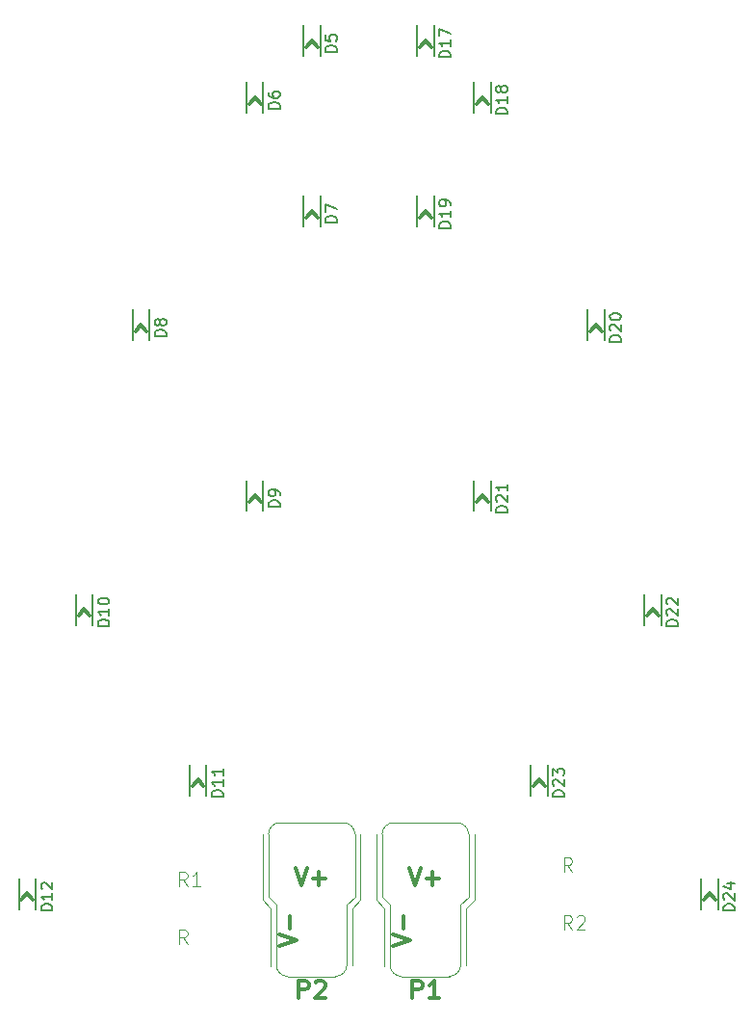
<source format=gbr>
G04 #@! TF.FileFunction,Legend,Top*
%FSLAX46Y46*%
G04 Gerber Fmt 4.6, Leading zero omitted, Abs format (unit mm)*
G04 Created by KiCad (PCBNEW 4.0.4-stable) date 12/14/16 08:21:57*
%MOMM*%
%LPD*%
G01*
G04 APERTURE LIST*
%ADD10C,0.100000*%
%ADD11C,0.300000*%
%ADD12C,0.150000*%
%ADD13C,0.304800*%
%ADD14C,0.101600*%
G04 APERTURE END LIST*
D10*
D11*
X45000000Y-14700000D02*
X44500000Y-15300000D01*
X45000000Y-14700000D02*
X45500000Y-15300000D01*
D12*
X44250000Y-13400000D02*
X44250000Y-16100000D01*
X45750000Y-13400000D02*
X45750000Y-16100000D01*
D11*
X40000000Y-19700000D02*
X39500000Y-20300000D01*
X40000000Y-19700000D02*
X40500000Y-20300000D01*
D12*
X39250000Y-18400000D02*
X39250000Y-21100000D01*
X40750000Y-18400000D02*
X40750000Y-21100000D01*
D11*
X45000000Y-29700000D02*
X44500000Y-30300000D01*
X45000000Y-29700000D02*
X45500000Y-30300000D01*
D12*
X44250000Y-28400000D02*
X44250000Y-31100000D01*
X45750000Y-28400000D02*
X45750000Y-31100000D01*
D11*
X30000000Y-39700000D02*
X29500000Y-40300000D01*
X30000000Y-39700000D02*
X30500000Y-40300000D01*
D12*
X29250000Y-38400000D02*
X29250000Y-41100000D01*
X30750000Y-38400000D02*
X30750000Y-41100000D01*
D11*
X40000000Y-54700000D02*
X39500000Y-55300000D01*
X40000000Y-54700000D02*
X40500000Y-55300000D01*
D12*
X39250000Y-53400000D02*
X39250000Y-56100000D01*
X40750000Y-53400000D02*
X40750000Y-56100000D01*
D11*
X25000000Y-64700000D02*
X24500000Y-65300000D01*
X25000000Y-64700000D02*
X25500000Y-65300000D01*
D12*
X24250000Y-63400000D02*
X24250000Y-66100000D01*
X25750000Y-63400000D02*
X25750000Y-66100000D01*
D11*
X35000000Y-79700000D02*
X34500000Y-80300000D01*
X35000000Y-79700000D02*
X35500000Y-80300000D01*
D12*
X34250000Y-78400000D02*
X34250000Y-81100000D01*
X35750000Y-78400000D02*
X35750000Y-81100000D01*
D11*
X20000000Y-89700000D02*
X19500000Y-90300000D01*
X20000000Y-89700000D02*
X20500000Y-90300000D01*
D12*
X19250000Y-88400000D02*
X19250000Y-91100000D01*
X20750000Y-88400000D02*
X20750000Y-91100000D01*
D11*
X55000000Y-14700000D02*
X54500000Y-15300000D01*
X55000000Y-14700000D02*
X55500000Y-15300000D01*
D12*
X54250000Y-13400000D02*
X54250000Y-16100000D01*
X55750000Y-13400000D02*
X55750000Y-16100000D01*
D11*
X60000000Y-19700000D02*
X59500000Y-20300000D01*
X60000000Y-19700000D02*
X60500000Y-20300000D01*
D12*
X59250000Y-18400000D02*
X59250000Y-21100000D01*
X60750000Y-18400000D02*
X60750000Y-21100000D01*
D11*
X55000000Y-29700000D02*
X54500000Y-30300000D01*
X55000000Y-29700000D02*
X55500000Y-30300000D01*
D12*
X54250000Y-28400000D02*
X54250000Y-31100000D01*
X55750000Y-28400000D02*
X55750000Y-31100000D01*
D11*
X70000000Y-39700000D02*
X69500000Y-40300000D01*
X70000000Y-39700000D02*
X70500000Y-40300000D01*
D12*
X69250000Y-38400000D02*
X69250000Y-41100000D01*
X70750000Y-38400000D02*
X70750000Y-41100000D01*
D11*
X60000000Y-54700000D02*
X59500000Y-55300000D01*
X60000000Y-54700000D02*
X60500000Y-55300000D01*
D12*
X59250000Y-53400000D02*
X59250000Y-56100000D01*
X60750000Y-53400000D02*
X60750000Y-56100000D01*
D11*
X75000000Y-64700000D02*
X74500000Y-65300000D01*
X75000000Y-64700000D02*
X75500000Y-65300000D01*
D12*
X74250000Y-63400000D02*
X74250000Y-66100000D01*
X75750000Y-63400000D02*
X75750000Y-66100000D01*
D11*
X65000000Y-79700000D02*
X64500000Y-80300000D01*
X65000000Y-79700000D02*
X65500000Y-80300000D01*
D12*
X64250000Y-78400000D02*
X64250000Y-81100000D01*
X65750000Y-78400000D02*
X65750000Y-81100000D01*
D11*
X80000000Y-89700000D02*
X79500000Y-90300000D01*
X80000000Y-89700000D02*
X80500000Y-90300000D01*
D12*
X79250000Y-88400000D02*
X79250000Y-91100000D01*
X80750000Y-88400000D02*
X80750000Y-91100000D01*
D10*
X59300000Y-84500000D02*
X59300000Y-90300000D01*
X58600000Y-96000000D02*
X58600000Y-91000000D01*
X51400000Y-96100000D02*
X51400000Y-91000000D01*
X50700000Y-84500000D02*
X50700000Y-90300000D01*
X51200000Y-84500000D02*
X51200000Y-90000000D01*
X57800000Y-83500000D02*
X52200000Y-83500000D01*
X58800000Y-90000000D02*
X58800000Y-84500000D01*
X58100000Y-96000000D02*
X58100000Y-90700000D01*
X51900000Y-96000000D02*
X51900000Y-90700000D01*
X57100000Y-97000000D02*
X52900000Y-97000000D01*
X57100000Y-97000000D02*
G75*
G03X58100000Y-96000000I0J1000000D01*
G01*
X51900000Y-96000000D02*
G75*
G03X52900000Y-97000000I1000000J0D01*
G01*
X58800000Y-84500000D02*
G75*
G03X57800000Y-83500000I-1000000J0D01*
G01*
X52200000Y-83500000D02*
G75*
G03X51200000Y-84500000I0J-1000000D01*
G01*
X50700000Y-90300000D02*
X51400000Y-91000000D01*
X59300000Y-90300000D02*
X58600000Y-91000000D01*
X58800000Y-90000000D02*
X58100000Y-90700000D01*
X51200000Y-90000000D02*
X51900000Y-90700000D01*
X49300000Y-84500000D02*
X49300000Y-90300000D01*
X48600000Y-96000000D02*
X48600000Y-91000000D01*
X41400000Y-96100000D02*
X41400000Y-91000000D01*
X40700000Y-84500000D02*
X40700000Y-90300000D01*
X41200000Y-84500000D02*
X41200000Y-90000000D01*
X47800000Y-83500000D02*
X42200000Y-83500000D01*
X48800000Y-90000000D02*
X48800000Y-84500000D01*
X48100000Y-96000000D02*
X48100000Y-90700000D01*
X41900000Y-96000000D02*
X41900000Y-90700000D01*
X47100000Y-97000000D02*
X42900000Y-97000000D01*
X47100000Y-97000000D02*
G75*
G03X48100000Y-96000000I0J1000000D01*
G01*
X41900000Y-96000000D02*
G75*
G03X42900000Y-97000000I1000000J0D01*
G01*
X48800000Y-84500000D02*
G75*
G03X47800000Y-83500000I-1000000J0D01*
G01*
X42200000Y-83500000D02*
G75*
G03X41200000Y-84500000I0J-1000000D01*
G01*
X40700000Y-90300000D02*
X41400000Y-91000000D01*
X49300000Y-90300000D02*
X48600000Y-91000000D01*
X48800000Y-90000000D02*
X48100000Y-90700000D01*
X41200000Y-90000000D02*
X41900000Y-90700000D01*
D12*
X47202381Y-15738095D02*
X46202381Y-15738095D01*
X46202381Y-15500000D01*
X46250000Y-15357142D01*
X46345238Y-15261904D01*
X46440476Y-15214285D01*
X46630952Y-15166666D01*
X46773810Y-15166666D01*
X46964286Y-15214285D01*
X47059524Y-15261904D01*
X47154762Y-15357142D01*
X47202381Y-15500000D01*
X47202381Y-15738095D01*
X46202381Y-14261904D02*
X46202381Y-14738095D01*
X46678571Y-14785714D01*
X46630952Y-14738095D01*
X46583333Y-14642857D01*
X46583333Y-14404761D01*
X46630952Y-14309523D01*
X46678571Y-14261904D01*
X46773810Y-14214285D01*
X47011905Y-14214285D01*
X47107143Y-14261904D01*
X47154762Y-14309523D01*
X47202381Y-14404761D01*
X47202381Y-14642857D01*
X47154762Y-14738095D01*
X47107143Y-14785714D01*
X42202381Y-20738095D02*
X41202381Y-20738095D01*
X41202381Y-20500000D01*
X41250000Y-20357142D01*
X41345238Y-20261904D01*
X41440476Y-20214285D01*
X41630952Y-20166666D01*
X41773810Y-20166666D01*
X41964286Y-20214285D01*
X42059524Y-20261904D01*
X42154762Y-20357142D01*
X42202381Y-20500000D01*
X42202381Y-20738095D01*
X41202381Y-19309523D02*
X41202381Y-19500000D01*
X41250000Y-19595238D01*
X41297619Y-19642857D01*
X41440476Y-19738095D01*
X41630952Y-19785714D01*
X42011905Y-19785714D01*
X42107143Y-19738095D01*
X42154762Y-19690476D01*
X42202381Y-19595238D01*
X42202381Y-19404761D01*
X42154762Y-19309523D01*
X42107143Y-19261904D01*
X42011905Y-19214285D01*
X41773810Y-19214285D01*
X41678571Y-19261904D01*
X41630952Y-19309523D01*
X41583333Y-19404761D01*
X41583333Y-19595238D01*
X41630952Y-19690476D01*
X41678571Y-19738095D01*
X41773810Y-19785714D01*
X47202381Y-30738095D02*
X46202381Y-30738095D01*
X46202381Y-30500000D01*
X46250000Y-30357142D01*
X46345238Y-30261904D01*
X46440476Y-30214285D01*
X46630952Y-30166666D01*
X46773810Y-30166666D01*
X46964286Y-30214285D01*
X47059524Y-30261904D01*
X47154762Y-30357142D01*
X47202381Y-30500000D01*
X47202381Y-30738095D01*
X46202381Y-29833333D02*
X46202381Y-29166666D01*
X47202381Y-29595238D01*
X32202381Y-40738095D02*
X31202381Y-40738095D01*
X31202381Y-40500000D01*
X31250000Y-40357142D01*
X31345238Y-40261904D01*
X31440476Y-40214285D01*
X31630952Y-40166666D01*
X31773810Y-40166666D01*
X31964286Y-40214285D01*
X32059524Y-40261904D01*
X32154762Y-40357142D01*
X32202381Y-40500000D01*
X32202381Y-40738095D01*
X31630952Y-39595238D02*
X31583333Y-39690476D01*
X31535714Y-39738095D01*
X31440476Y-39785714D01*
X31392857Y-39785714D01*
X31297619Y-39738095D01*
X31250000Y-39690476D01*
X31202381Y-39595238D01*
X31202381Y-39404761D01*
X31250000Y-39309523D01*
X31297619Y-39261904D01*
X31392857Y-39214285D01*
X31440476Y-39214285D01*
X31535714Y-39261904D01*
X31583333Y-39309523D01*
X31630952Y-39404761D01*
X31630952Y-39595238D01*
X31678571Y-39690476D01*
X31726190Y-39738095D01*
X31821429Y-39785714D01*
X32011905Y-39785714D01*
X32107143Y-39738095D01*
X32154762Y-39690476D01*
X32202381Y-39595238D01*
X32202381Y-39404761D01*
X32154762Y-39309523D01*
X32107143Y-39261904D01*
X32011905Y-39214285D01*
X31821429Y-39214285D01*
X31726190Y-39261904D01*
X31678571Y-39309523D01*
X31630952Y-39404761D01*
X42202381Y-55738095D02*
X41202381Y-55738095D01*
X41202381Y-55500000D01*
X41250000Y-55357142D01*
X41345238Y-55261904D01*
X41440476Y-55214285D01*
X41630952Y-55166666D01*
X41773810Y-55166666D01*
X41964286Y-55214285D01*
X42059524Y-55261904D01*
X42154762Y-55357142D01*
X42202381Y-55500000D01*
X42202381Y-55738095D01*
X42202381Y-54690476D02*
X42202381Y-54500000D01*
X42154762Y-54404761D01*
X42107143Y-54357142D01*
X41964286Y-54261904D01*
X41773810Y-54214285D01*
X41392857Y-54214285D01*
X41297619Y-54261904D01*
X41250000Y-54309523D01*
X41202381Y-54404761D01*
X41202381Y-54595238D01*
X41250000Y-54690476D01*
X41297619Y-54738095D01*
X41392857Y-54785714D01*
X41630952Y-54785714D01*
X41726190Y-54738095D01*
X41773810Y-54690476D01*
X41821429Y-54595238D01*
X41821429Y-54404761D01*
X41773810Y-54309523D01*
X41726190Y-54261904D01*
X41630952Y-54214285D01*
X27202381Y-66214286D02*
X26202381Y-66214286D01*
X26202381Y-65976191D01*
X26250000Y-65833333D01*
X26345238Y-65738095D01*
X26440476Y-65690476D01*
X26630952Y-65642857D01*
X26773810Y-65642857D01*
X26964286Y-65690476D01*
X27059524Y-65738095D01*
X27154762Y-65833333D01*
X27202381Y-65976191D01*
X27202381Y-66214286D01*
X27202381Y-64690476D02*
X27202381Y-65261905D01*
X27202381Y-64976191D02*
X26202381Y-64976191D01*
X26345238Y-65071429D01*
X26440476Y-65166667D01*
X26488095Y-65261905D01*
X26202381Y-64071429D02*
X26202381Y-63976190D01*
X26250000Y-63880952D01*
X26297619Y-63833333D01*
X26392857Y-63785714D01*
X26583333Y-63738095D01*
X26821429Y-63738095D01*
X27011905Y-63785714D01*
X27107143Y-63833333D01*
X27154762Y-63880952D01*
X27202381Y-63976190D01*
X27202381Y-64071429D01*
X27154762Y-64166667D01*
X27107143Y-64214286D01*
X27011905Y-64261905D01*
X26821429Y-64309524D01*
X26583333Y-64309524D01*
X26392857Y-64261905D01*
X26297619Y-64214286D01*
X26250000Y-64166667D01*
X26202381Y-64071429D01*
X37202381Y-81214286D02*
X36202381Y-81214286D01*
X36202381Y-80976191D01*
X36250000Y-80833333D01*
X36345238Y-80738095D01*
X36440476Y-80690476D01*
X36630952Y-80642857D01*
X36773810Y-80642857D01*
X36964286Y-80690476D01*
X37059524Y-80738095D01*
X37154762Y-80833333D01*
X37202381Y-80976191D01*
X37202381Y-81214286D01*
X37202381Y-79690476D02*
X37202381Y-80261905D01*
X37202381Y-79976191D02*
X36202381Y-79976191D01*
X36345238Y-80071429D01*
X36440476Y-80166667D01*
X36488095Y-80261905D01*
X37202381Y-78738095D02*
X37202381Y-79309524D01*
X37202381Y-79023810D02*
X36202381Y-79023810D01*
X36345238Y-79119048D01*
X36440476Y-79214286D01*
X36488095Y-79309524D01*
X22202381Y-91214286D02*
X21202381Y-91214286D01*
X21202381Y-90976191D01*
X21250000Y-90833333D01*
X21345238Y-90738095D01*
X21440476Y-90690476D01*
X21630952Y-90642857D01*
X21773810Y-90642857D01*
X21964286Y-90690476D01*
X22059524Y-90738095D01*
X22154762Y-90833333D01*
X22202381Y-90976191D01*
X22202381Y-91214286D01*
X22202381Y-89690476D02*
X22202381Y-90261905D01*
X22202381Y-89976191D02*
X21202381Y-89976191D01*
X21345238Y-90071429D01*
X21440476Y-90166667D01*
X21488095Y-90261905D01*
X21297619Y-89309524D02*
X21250000Y-89261905D01*
X21202381Y-89166667D01*
X21202381Y-88928571D01*
X21250000Y-88833333D01*
X21297619Y-88785714D01*
X21392857Y-88738095D01*
X21488095Y-88738095D01*
X21630952Y-88785714D01*
X22202381Y-89357143D01*
X22202381Y-88738095D01*
X57202381Y-16214286D02*
X56202381Y-16214286D01*
X56202381Y-15976191D01*
X56250000Y-15833333D01*
X56345238Y-15738095D01*
X56440476Y-15690476D01*
X56630952Y-15642857D01*
X56773810Y-15642857D01*
X56964286Y-15690476D01*
X57059524Y-15738095D01*
X57154762Y-15833333D01*
X57202381Y-15976191D01*
X57202381Y-16214286D01*
X57202381Y-14690476D02*
X57202381Y-15261905D01*
X57202381Y-14976191D02*
X56202381Y-14976191D01*
X56345238Y-15071429D01*
X56440476Y-15166667D01*
X56488095Y-15261905D01*
X56202381Y-14357143D02*
X56202381Y-13690476D01*
X57202381Y-14119048D01*
X62202381Y-21214286D02*
X61202381Y-21214286D01*
X61202381Y-20976191D01*
X61250000Y-20833333D01*
X61345238Y-20738095D01*
X61440476Y-20690476D01*
X61630952Y-20642857D01*
X61773810Y-20642857D01*
X61964286Y-20690476D01*
X62059524Y-20738095D01*
X62154762Y-20833333D01*
X62202381Y-20976191D01*
X62202381Y-21214286D01*
X62202381Y-19690476D02*
X62202381Y-20261905D01*
X62202381Y-19976191D02*
X61202381Y-19976191D01*
X61345238Y-20071429D01*
X61440476Y-20166667D01*
X61488095Y-20261905D01*
X61630952Y-19119048D02*
X61583333Y-19214286D01*
X61535714Y-19261905D01*
X61440476Y-19309524D01*
X61392857Y-19309524D01*
X61297619Y-19261905D01*
X61250000Y-19214286D01*
X61202381Y-19119048D01*
X61202381Y-18928571D01*
X61250000Y-18833333D01*
X61297619Y-18785714D01*
X61392857Y-18738095D01*
X61440476Y-18738095D01*
X61535714Y-18785714D01*
X61583333Y-18833333D01*
X61630952Y-18928571D01*
X61630952Y-19119048D01*
X61678571Y-19214286D01*
X61726190Y-19261905D01*
X61821429Y-19309524D01*
X62011905Y-19309524D01*
X62107143Y-19261905D01*
X62154762Y-19214286D01*
X62202381Y-19119048D01*
X62202381Y-18928571D01*
X62154762Y-18833333D01*
X62107143Y-18785714D01*
X62011905Y-18738095D01*
X61821429Y-18738095D01*
X61726190Y-18785714D01*
X61678571Y-18833333D01*
X61630952Y-18928571D01*
X57202381Y-31214286D02*
X56202381Y-31214286D01*
X56202381Y-30976191D01*
X56250000Y-30833333D01*
X56345238Y-30738095D01*
X56440476Y-30690476D01*
X56630952Y-30642857D01*
X56773810Y-30642857D01*
X56964286Y-30690476D01*
X57059524Y-30738095D01*
X57154762Y-30833333D01*
X57202381Y-30976191D01*
X57202381Y-31214286D01*
X57202381Y-29690476D02*
X57202381Y-30261905D01*
X57202381Y-29976191D02*
X56202381Y-29976191D01*
X56345238Y-30071429D01*
X56440476Y-30166667D01*
X56488095Y-30261905D01*
X57202381Y-29214286D02*
X57202381Y-29023810D01*
X57154762Y-28928571D01*
X57107143Y-28880952D01*
X56964286Y-28785714D01*
X56773810Y-28738095D01*
X56392857Y-28738095D01*
X56297619Y-28785714D01*
X56250000Y-28833333D01*
X56202381Y-28928571D01*
X56202381Y-29119048D01*
X56250000Y-29214286D01*
X56297619Y-29261905D01*
X56392857Y-29309524D01*
X56630952Y-29309524D01*
X56726190Y-29261905D01*
X56773810Y-29214286D01*
X56821429Y-29119048D01*
X56821429Y-28928571D01*
X56773810Y-28833333D01*
X56726190Y-28785714D01*
X56630952Y-28738095D01*
X72202381Y-41214286D02*
X71202381Y-41214286D01*
X71202381Y-40976191D01*
X71250000Y-40833333D01*
X71345238Y-40738095D01*
X71440476Y-40690476D01*
X71630952Y-40642857D01*
X71773810Y-40642857D01*
X71964286Y-40690476D01*
X72059524Y-40738095D01*
X72154762Y-40833333D01*
X72202381Y-40976191D01*
X72202381Y-41214286D01*
X71297619Y-40261905D02*
X71250000Y-40214286D01*
X71202381Y-40119048D01*
X71202381Y-39880952D01*
X71250000Y-39785714D01*
X71297619Y-39738095D01*
X71392857Y-39690476D01*
X71488095Y-39690476D01*
X71630952Y-39738095D01*
X72202381Y-40309524D01*
X72202381Y-39690476D01*
X71202381Y-39071429D02*
X71202381Y-38976190D01*
X71250000Y-38880952D01*
X71297619Y-38833333D01*
X71392857Y-38785714D01*
X71583333Y-38738095D01*
X71821429Y-38738095D01*
X72011905Y-38785714D01*
X72107143Y-38833333D01*
X72154762Y-38880952D01*
X72202381Y-38976190D01*
X72202381Y-39071429D01*
X72154762Y-39166667D01*
X72107143Y-39214286D01*
X72011905Y-39261905D01*
X71821429Y-39309524D01*
X71583333Y-39309524D01*
X71392857Y-39261905D01*
X71297619Y-39214286D01*
X71250000Y-39166667D01*
X71202381Y-39071429D01*
X62202381Y-56214286D02*
X61202381Y-56214286D01*
X61202381Y-55976191D01*
X61250000Y-55833333D01*
X61345238Y-55738095D01*
X61440476Y-55690476D01*
X61630952Y-55642857D01*
X61773810Y-55642857D01*
X61964286Y-55690476D01*
X62059524Y-55738095D01*
X62154762Y-55833333D01*
X62202381Y-55976191D01*
X62202381Y-56214286D01*
X61297619Y-55261905D02*
X61250000Y-55214286D01*
X61202381Y-55119048D01*
X61202381Y-54880952D01*
X61250000Y-54785714D01*
X61297619Y-54738095D01*
X61392857Y-54690476D01*
X61488095Y-54690476D01*
X61630952Y-54738095D01*
X62202381Y-55309524D01*
X62202381Y-54690476D01*
X62202381Y-53738095D02*
X62202381Y-54309524D01*
X62202381Y-54023810D02*
X61202381Y-54023810D01*
X61345238Y-54119048D01*
X61440476Y-54214286D01*
X61488095Y-54309524D01*
X77202381Y-66214286D02*
X76202381Y-66214286D01*
X76202381Y-65976191D01*
X76250000Y-65833333D01*
X76345238Y-65738095D01*
X76440476Y-65690476D01*
X76630952Y-65642857D01*
X76773810Y-65642857D01*
X76964286Y-65690476D01*
X77059524Y-65738095D01*
X77154762Y-65833333D01*
X77202381Y-65976191D01*
X77202381Y-66214286D01*
X76297619Y-65261905D02*
X76250000Y-65214286D01*
X76202381Y-65119048D01*
X76202381Y-64880952D01*
X76250000Y-64785714D01*
X76297619Y-64738095D01*
X76392857Y-64690476D01*
X76488095Y-64690476D01*
X76630952Y-64738095D01*
X77202381Y-65309524D01*
X77202381Y-64690476D01*
X76297619Y-64309524D02*
X76250000Y-64261905D01*
X76202381Y-64166667D01*
X76202381Y-63928571D01*
X76250000Y-63833333D01*
X76297619Y-63785714D01*
X76392857Y-63738095D01*
X76488095Y-63738095D01*
X76630952Y-63785714D01*
X77202381Y-64357143D01*
X77202381Y-63738095D01*
X67202381Y-81214286D02*
X66202381Y-81214286D01*
X66202381Y-80976191D01*
X66250000Y-80833333D01*
X66345238Y-80738095D01*
X66440476Y-80690476D01*
X66630952Y-80642857D01*
X66773810Y-80642857D01*
X66964286Y-80690476D01*
X67059524Y-80738095D01*
X67154762Y-80833333D01*
X67202381Y-80976191D01*
X67202381Y-81214286D01*
X66297619Y-80261905D02*
X66250000Y-80214286D01*
X66202381Y-80119048D01*
X66202381Y-79880952D01*
X66250000Y-79785714D01*
X66297619Y-79738095D01*
X66392857Y-79690476D01*
X66488095Y-79690476D01*
X66630952Y-79738095D01*
X67202381Y-80309524D01*
X67202381Y-79690476D01*
X66202381Y-79357143D02*
X66202381Y-78738095D01*
X66583333Y-79071429D01*
X66583333Y-78928571D01*
X66630952Y-78833333D01*
X66678571Y-78785714D01*
X66773810Y-78738095D01*
X67011905Y-78738095D01*
X67107143Y-78785714D01*
X67154762Y-78833333D01*
X67202381Y-78928571D01*
X67202381Y-79214286D01*
X67154762Y-79309524D01*
X67107143Y-79357143D01*
X82202381Y-91214286D02*
X81202381Y-91214286D01*
X81202381Y-90976191D01*
X81250000Y-90833333D01*
X81345238Y-90738095D01*
X81440476Y-90690476D01*
X81630952Y-90642857D01*
X81773810Y-90642857D01*
X81964286Y-90690476D01*
X82059524Y-90738095D01*
X82154762Y-90833333D01*
X82202381Y-90976191D01*
X82202381Y-91214286D01*
X81297619Y-90261905D02*
X81250000Y-90214286D01*
X81202381Y-90119048D01*
X81202381Y-89880952D01*
X81250000Y-89785714D01*
X81297619Y-89738095D01*
X81392857Y-89690476D01*
X81488095Y-89690476D01*
X81630952Y-89738095D01*
X82202381Y-90309524D01*
X82202381Y-89690476D01*
X81535714Y-88833333D02*
X82202381Y-88833333D01*
X81154762Y-89071429D02*
X81869048Y-89309524D01*
X81869048Y-88690476D01*
D13*
X53875143Y-98889429D02*
X53875143Y-97365429D01*
X54455715Y-97365429D01*
X54600857Y-97438000D01*
X54673429Y-97510571D01*
X54746000Y-97655714D01*
X54746000Y-97873429D01*
X54673429Y-98018571D01*
X54600857Y-98091143D01*
X54455715Y-98163714D01*
X53875143Y-98163714D01*
X56197429Y-98889429D02*
X55326572Y-98889429D01*
X55762000Y-98889429D02*
X55762000Y-97365429D01*
X55616857Y-97583143D01*
X55471715Y-97728286D01*
X55326572Y-97800857D01*
X52165429Y-94351428D02*
X53689429Y-93843428D01*
X52165429Y-93335428D01*
X53108857Y-92827428D02*
X53108857Y-91666285D01*
X53548572Y-87465429D02*
X54056572Y-88989429D01*
X54564572Y-87465429D01*
X55072572Y-88408857D02*
X56233715Y-88408857D01*
X55653144Y-88989429D02*
X55653144Y-87828286D01*
X43875143Y-98889429D02*
X43875143Y-97365429D01*
X44455715Y-97365429D01*
X44600857Y-97438000D01*
X44673429Y-97510571D01*
X44746000Y-97655714D01*
X44746000Y-97873429D01*
X44673429Y-98018571D01*
X44600857Y-98091143D01*
X44455715Y-98163714D01*
X43875143Y-98163714D01*
X45326572Y-97510571D02*
X45399143Y-97438000D01*
X45544286Y-97365429D01*
X45907143Y-97365429D01*
X46052286Y-97438000D01*
X46124857Y-97510571D01*
X46197429Y-97655714D01*
X46197429Y-97800857D01*
X46124857Y-98018571D01*
X45254000Y-98889429D01*
X46197429Y-98889429D01*
X42165429Y-94351428D02*
X43689429Y-93843428D01*
X42165429Y-93335428D01*
X43108857Y-92827428D02*
X43108857Y-91666285D01*
X43548572Y-87465429D02*
X44056572Y-88989429D01*
X44564572Y-87465429D01*
X45072572Y-88408857D02*
X46233715Y-88408857D01*
X45653144Y-88989429D02*
X45653144Y-87828286D01*
D14*
X34071690Y-89037548D02*
X33669524Y-88463024D01*
X33382262Y-89037548D02*
X33382262Y-87831048D01*
X33841881Y-87831048D01*
X33956786Y-87888500D01*
X34014238Y-87945952D01*
X34071690Y-88060857D01*
X34071690Y-88233214D01*
X34014238Y-88348119D01*
X33956786Y-88405571D01*
X33841881Y-88463024D01*
X33382262Y-88463024D01*
X35220738Y-89037548D02*
X34531310Y-89037548D01*
X34876024Y-89037548D02*
X34876024Y-87831048D01*
X34761119Y-88003405D01*
X34646214Y-88118310D01*
X34531310Y-88175762D01*
X34071690Y-94117548D02*
X33669524Y-93543024D01*
X33382262Y-94117548D02*
X33382262Y-92911048D01*
X33841881Y-92911048D01*
X33956786Y-92968500D01*
X34014238Y-93025952D01*
X34071690Y-93140857D01*
X34071690Y-93313214D01*
X34014238Y-93428119D01*
X33956786Y-93485571D01*
X33841881Y-93543024D01*
X33382262Y-93543024D01*
X67881690Y-92847548D02*
X67479524Y-92273024D01*
X67192262Y-92847548D02*
X67192262Y-91641048D01*
X67651881Y-91641048D01*
X67766786Y-91698500D01*
X67824238Y-91755952D01*
X67881690Y-91870857D01*
X67881690Y-92043214D01*
X67824238Y-92158119D01*
X67766786Y-92215571D01*
X67651881Y-92273024D01*
X67192262Y-92273024D01*
X68341310Y-91755952D02*
X68398762Y-91698500D01*
X68513667Y-91641048D01*
X68800929Y-91641048D01*
X68915833Y-91698500D01*
X68973286Y-91755952D01*
X69030738Y-91870857D01*
X69030738Y-91985762D01*
X68973286Y-92158119D01*
X68283857Y-92847548D01*
X69030738Y-92847548D01*
X67881690Y-87767548D02*
X67479524Y-87193024D01*
X67192262Y-87767548D02*
X67192262Y-86561048D01*
X67651881Y-86561048D01*
X67766786Y-86618500D01*
X67824238Y-86675952D01*
X67881690Y-86790857D01*
X67881690Y-86963214D01*
X67824238Y-87078119D01*
X67766786Y-87135571D01*
X67651881Y-87193024D01*
X67192262Y-87193024D01*
M02*

</source>
